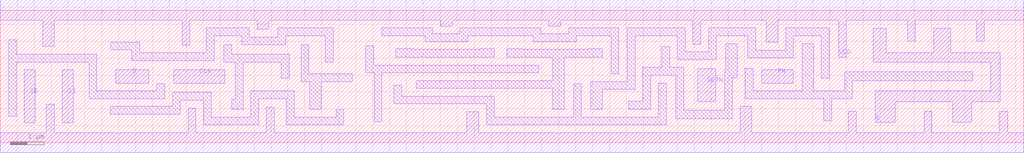
<source format=lef>
# Copyright 2022 GlobalFoundries PDK Authors
#
# Licensed under the Apache License, Version 2.0 (the "License");
# you may not use this file except in compliance with the License.
# You may obtain a copy of the License at
#
#      http://www.apache.org/licenses/LICENSE-2.0
#
# Unless required by applicable law or agreed to in writing, software
# distributed under the License is distributed on an "AS IS" BASIS,
# WITHOUT WARRANTIES OR CONDITIONS OF ANY KIND, either express or implied.
# See the License for the specific language governing permissions and
# limitations under the License.

MACRO gf180mcu_fd_sc_mcu7t5v0__sdffrsnq_4
  CLASS core ;
  FOREIGN gf180mcu_fd_sc_mcu7t5v0__sdffrsnq_4 0.0 0.0 ;
  ORIGIN 0 0 ;
  SYMMETRY X Y ;
  SITE GF018hv5v_mcu_sc7 ;
  SIZE 30.24 BY 3.92 ;
  PIN D
    DIRECTION INPUT ;
    ANTENNAGATEAREA 0.531 ;
    PORT
      LAYER METAL1 ;
        POLYGON 3.41 1.765 4.39 1.765 4.39 2.155 3.41 2.155  ;
    END
  END D
  PIN RN
    DIRECTION INPUT ;
    ANTENNAGATEAREA 1.3545 ;
    PORT
      LAYER METAL1 ;
        POLYGON 22.49 1.765 23.43 1.765 23.43 2.155 22.49 2.155  ;
    END
  END RN
  PIN SE
    DIRECTION INPUT ;
    ANTENNAGATEAREA 1.062 ;
    PORT
      LAYER METAL1 ;
        POLYGON 0.705 0.595 1.03 0.595 1.03 2.15 0.705 2.15  ;
    END
  END SE
  PIN SETN
    DIRECTION INPUT ;
    ANTENNAGATEAREA 1.062 ;
    PORT
      LAYER METAL1 ;
        POLYGON 20.605 1.21 21.14 1.21 21.14 2.19 20.605 2.19  ;
    END
  END SETN
  PIN SI
    DIRECTION INPUT ;
    ANTENNAGATEAREA 0.531 ;
    PORT
      LAYER METAL1 ;
        POLYGON 1.825 0.595 2.15 0.595 2.15 2.15 1.825 2.15  ;
    END
  END SI
  PIN CLK
    DIRECTION INPUT ;
    USE clock ;
    ANTENNAGATEAREA 0.7415 ;
    PORT
      LAYER METAL1 ;
        POLYGON 5.13 1.765 6.63 1.765 6.63 2.155 5.13 2.155  ;
    END
  END CLK
  PIN Q
    DIRECTION OUTPUT ;
    ANTENNADIFFAREA 2.1216 ;
    PORT
      LAYER METAL1 ;
        POLYGON 25.785 2.385 28.725 2.385 29.255 2.385 29.255 1.535 25.85 1.535 25.85 0.61 26.435 0.61 26.435 1.205 28.135 1.205 28.135 0.61 28.695 0.61 28.695 1.205 29.54 1.205 29.54 2.655 28.725 2.655 28.085 2.655 28.085 3.38 27.585 3.38 27.585 2.655 26.18 2.655 26.18 3.38 25.785 3.38  ;
    END
  END Q
  PIN VDD
    DIRECTION INOUT ;
    USE power ;
    SHAPE ABUTMENT ;
    PORT
      LAYER METAL1 ;
        POLYGON 0 3.62 1.26 3.62 1.26 2.845 1.6 2.845 1.6 3.62 5.375 3.62 5.375 2.885 5.605 2.885 5.605 3.62 7.59 3.62 7.59 3.35 7.93 3.35 7.93 3.62 9.835 3.62 10.395 3.62 13.01 3.62 13.01 3.445 13.35 3.445 13.35 3.62 16.2 3.62 16.2 3.445 16.56 3.445 16.56 3.62 18.275 3.62 20.465 3.62 20.465 2.915 20.695 2.915 20.695 3.62 22.63 3.62 22.63 2.97 22.97 2.97 22.97 3.62 24.49 3.62 24.765 3.62 24.765 2.53 24.995 2.53 24.995 3.62 26.805 3.62 26.805 3 27.035 3 27.035 3.62 28.725 3.62 28.845 3.62 28.845 3 29.075 3 29.075 3.62 30.24 3.62 30.24 4.22 28.725 4.22 24.49 4.22 18.275 4.22 10.395 4.22 9.835 4.22 0 4.22  ;
    END
  END VDD
  PIN VSS
    DIRECTION INOUT ;
    USE ground ;
    SHAPE ABUTMENT ;
    PORT
      LAYER METAL1 ;
        POLYGON 0 -0.3 30.24 -0.3 30.24 0.3 29.765 0.3 29.765 0.925 29.535 0.925 29.535 0.3 27.525 0.3 27.525 0.925 27.295 0.925 27.295 0.3 25.285 0.3 25.285 0.925 25.055 0.925 25.055 0.3 22.2 0.3 22.2 1.075 21.86 1.075 21.86 0.3 14.14 0.3 14.14 0.915 13.78 0.915 13.78 0.3 8.095 0.3 8.095 1.045 7.865 1.045 7.865 0.3 5.78 0.3 5.78 1.025 5.55 1.025 5.55 0.3 1.595 0.3 1.595 1.14 1.365 1.14 1.365 0.3 0 0.3  ;
    END
  END VSS
  OBS
      LAYER METAL1 ;
        POLYGON 0.245 0.78 0.475 0.78 0.475 2.385 2.625 2.385 2.625 1.305 4.86 1.305 4.86 1.75 4.63 1.75 4.63 1.535 2.855 1.535 2.855 2.615 0.475 2.615 0.475 3.04 0.245 3.04  ;
        POLYGON 6.61 2.385 6.945 2.385 6.945 1.285 6.835 1.285 6.835 0.99 7.175 0.99 7.175 2.385 8.305 2.385 8.305 1.91 8.535 1.91 8.535 2.62 6.84 2.62 6.84 2.89 6.61 2.89  ;
        POLYGON 3.27 2.745 3.89 2.745 3.89 2.42 6.315 2.42 6.315 3.16 7.13 3.16 7.13 2.89 8.435 2.89 8.435 3.16 9.605 3.16 9.605 2.385 9.835 2.385 9.835 3.39 8.205 3.39 8.205 3.12 7.36 3.12 7.36 3.39 6.085 3.39 6.085 2.655 4.12 2.655 4.12 2.975 3.27 2.975  ;
        POLYGON 3.25 0.845 5.32 0.845 5.32 1.26 6.01 1.26 6.01 0.53 7.635 0.53 7.635 1.295 8.45 1.295 8.45 0.53 10.155 0.53 10.155 0.98 9.925 0.98 9.925 0.76 8.68 0.76 8.68 1.53 7.405 1.53 7.405 0.76 6.24 0.76 6.24 1.49 5.09 1.49 5.09 1.075 3.25 1.075  ;
        POLYGON 8.885 1.8 9.15 1.8 9.15 0.99 9.49 0.99 9.49 1.8 10.395 1.8 10.395 2.035 9.115 2.035 9.115 2.89 8.885 2.89  ;
        POLYGON 11.68 2.525 14.6 2.525 14.6 2.78 14.16 2.78 14.16 2.755 12.2 2.755 12.2 2.775 11.68 2.775  ;
        POLYGON 10.8 2.065 11.045 2.065 11.045 0.62 11.275 0.62 11.275 2.065 15.905 2.065 15.905 2.295 11.03 2.295 11.03 2.87 10.8 2.87  ;
        POLYGON 14.96 2.525 16.325 2.525 16.325 1.835 12.295 1.835 12.295 1.605 16.325 1.605 16.325 0.99 16.665 0.99 16.665 2.525 17.79 2.525 17.79 2.78 17.36 2.78 17.36 2.755 15.4 2.755 15.4 2.78 14.96 2.78  ;
        POLYGON 11.265 3.16 12.55 3.16 12.55 2.985 13.81 2.985 13.81 3.16 15.74 3.16 15.74 2.985 17.02 2.985 17.02 3.16 18.045 3.16 18.045 2.035 18.275 2.035 18.275 3.39 16.79 3.39 16.79 3.215 15.97 3.215 15.97 3.39 13.58 3.39 13.58 3.215 12.78 3.215 12.78 3.39 11.265 3.39  ;
        POLYGON 11.625 1.145 14.37 1.145 14.37 0.53 19.675 0.53 19.675 1.765 19.445 1.765 19.445 0.76 17.17 0.76 17.17 1.745 16.94 1.745 16.94 0.76 14.6 0.76 14.6 1.375 11.855 1.375 11.855 1.7 11.625 1.7  ;
        POLYGON 18.57 0.99 19.215 0.99 19.215 1.995 19.955 1.995 19.955 0.715 21.63 0.715 21.63 1.925 21.77 1.925 21.77 2.93 21.43 2.93 21.43 2.155 21.4 2.155 21.4 0.96 20.185 0.96 20.185 2.225 19.775 2.225 19.775 2.835 19.545 2.835 19.545 2.225 18.985 2.225 18.985 1.22 18.57 1.22  ;
        POLYGON 17.445 0.99 17.785 0.99 17.785 1.575 18.755 1.575 18.755 3.16 20.005 3.16 20.005 2.455 21.155 2.455 21.155 3.16 22.08 3.16 22.08 2.51 23.43 2.51 23.43 3.16 24.26 3.16 24.26 1.91 24.49 1.91 24.49 3.39 23.2 3.39 23.2 2.74 22.315 2.74 22.315 3.39 20.925 3.39 20.925 2.685 20.235 2.685 20.235 3.39 18.525 3.39 18.525 1.805 17.445 1.805  ;
        POLYGON 22.01 1.305 24.335 1.305 24.335 0.655 24.565 0.655 24.565 1.305 25.175 1.305 25.175 1.825 28.725 1.825 28.725 2.095 24.945 2.095 24.945 1.535 24.03 1.535 24.03 2.93 23.69 2.93 23.69 1.535 22.24 1.535 22.24 2.2 22.01 2.2  ;
  END
END gf180mcu_fd_sc_mcu7t5v0__sdffrsnq_4

</source>
